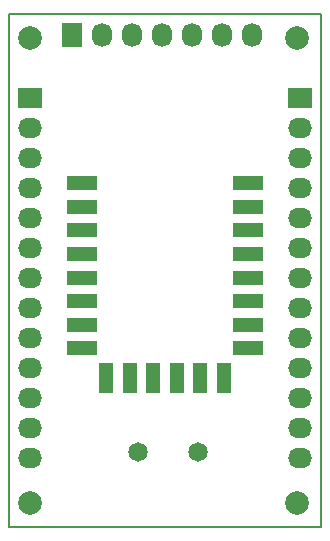
<source format=gbr>
G04 #@! TF.FileFunction,Soldermask,Top*
%FSLAX46Y46*%
G04 Gerber Fmt 4.6, Leading zero omitted, Abs format (unit mm)*
G04 Created by KiCad (PCBNEW (2015-01-16 BZR 5376)-product) date 7/15/2015 11:03:26 AM*
%MOMM*%
G01*
G04 APERTURE LIST*
%ADD10C,0.100000*%
%ADD11C,0.200000*%
%ADD12R,2.500000X1.200000*%
%ADD13R,1.200000X2.500000*%
%ADD14C,2.000000*%
%ADD15R,2.032000X1.727200*%
%ADD16O,2.032000X1.727200*%
%ADD17C,1.651000*%
%ADD18R,1.727200X2.032000*%
%ADD19O,1.727200X2.032000*%
G04 APERTURE END LIST*
D10*
D11*
X138938000Y-84582000D02*
X138938000Y-81280000D01*
X112522000Y-84582000D02*
X138938000Y-84582000D01*
X112522000Y-81280000D02*
X112522000Y-84582000D01*
X138938000Y-41148000D02*
X112522000Y-41148000D01*
X138938000Y-81280000D02*
X138938000Y-41148000D01*
X112522000Y-41148000D02*
X112522000Y-81280000D01*
D12*
X118730000Y-55468000D03*
X118730000Y-57468000D03*
X118730000Y-59468000D03*
X118730000Y-61468000D03*
X118730000Y-63468000D03*
X118730000Y-65468000D03*
X118730000Y-67468000D03*
X118730000Y-69468000D03*
D13*
X120730000Y-71968000D03*
X122730000Y-71968000D03*
X126730000Y-71968000D03*
X128730000Y-71968000D03*
X130730000Y-71968000D03*
D12*
X132730000Y-69468000D03*
X132730000Y-67468000D03*
D13*
X124730000Y-71968000D03*
D12*
X132730000Y-65468000D03*
X132730000Y-63468000D03*
X132730000Y-61468000D03*
X132730000Y-59468000D03*
X132730000Y-57468000D03*
X132730000Y-55468000D03*
D14*
X136906000Y-43180000D03*
X114300000Y-43180000D03*
X114300000Y-82550000D03*
X136906000Y-82550000D03*
D15*
X137160000Y-48260000D03*
D16*
X137160000Y-50800000D03*
X137160000Y-53340000D03*
X137160000Y-55880000D03*
X137160000Y-58420000D03*
X137160000Y-60960000D03*
X137160000Y-63500000D03*
X137160000Y-66040000D03*
X137160000Y-68580000D03*
X137160000Y-71120000D03*
X137160000Y-73660000D03*
X137160000Y-76200000D03*
X137160000Y-78740000D03*
D15*
X114300000Y-48260000D03*
D16*
X114300000Y-50800000D03*
X114300000Y-53340000D03*
X114300000Y-55880000D03*
X114300000Y-58420000D03*
X114300000Y-60960000D03*
X114300000Y-63500000D03*
X114300000Y-66040000D03*
X114300000Y-68580000D03*
X114300000Y-71120000D03*
X114300000Y-73660000D03*
X114300000Y-76200000D03*
X114300000Y-78740000D03*
D17*
X128524000Y-78232000D03*
X123444000Y-78232000D03*
D18*
X117856000Y-42926000D03*
D19*
X120396000Y-42926000D03*
X122936000Y-42926000D03*
X125476000Y-42926000D03*
X128016000Y-42926000D03*
X130556000Y-42926000D03*
X133096000Y-42926000D03*
M02*

</source>
